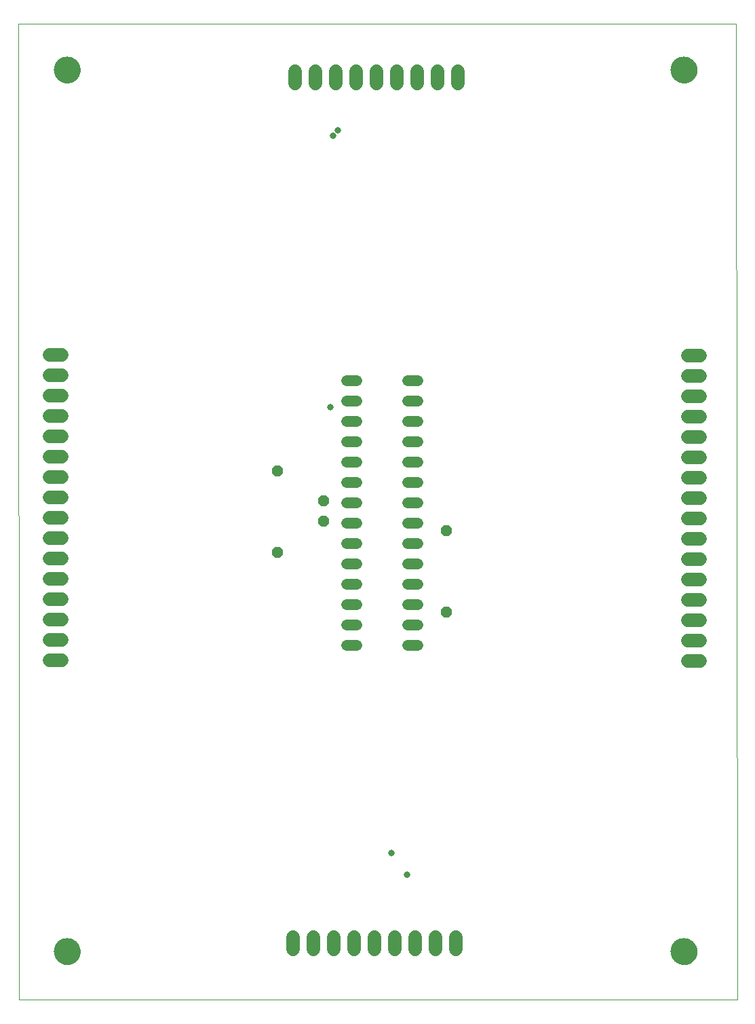
<source format=gbs>
G75*
%MOIN*%
%OFA0B0*%
%FSLAX25Y25*%
%IPPOS*%
%LPD*%
%AMOC8*
5,1,8,0,0,1.08239X$1,22.5*
%
%ADD10C,0.00000*%
%ADD11C,0.06500*%
%ADD12OC8,0.05300*%
%ADD13C,0.05300*%
%ADD14C,0.13098*%
%ADD15C,0.03200*%
D10*
X0001500Y0005137D02*
X0001000Y0484338D01*
X0353921Y0484338D01*
X0354421Y0005137D01*
X0001500Y0005137D01*
X0018823Y0028759D02*
X0018825Y0028917D01*
X0018831Y0029075D01*
X0018841Y0029233D01*
X0018855Y0029391D01*
X0018873Y0029548D01*
X0018894Y0029705D01*
X0018920Y0029861D01*
X0018950Y0030017D01*
X0018983Y0030172D01*
X0019021Y0030325D01*
X0019062Y0030478D01*
X0019107Y0030630D01*
X0019156Y0030781D01*
X0019209Y0030930D01*
X0019265Y0031078D01*
X0019325Y0031224D01*
X0019389Y0031369D01*
X0019457Y0031512D01*
X0019528Y0031654D01*
X0019602Y0031794D01*
X0019680Y0031931D01*
X0019762Y0032067D01*
X0019846Y0032201D01*
X0019935Y0032332D01*
X0020026Y0032461D01*
X0020121Y0032588D01*
X0020218Y0032713D01*
X0020319Y0032835D01*
X0020423Y0032954D01*
X0020530Y0033071D01*
X0020640Y0033185D01*
X0020753Y0033296D01*
X0020868Y0033405D01*
X0020986Y0033510D01*
X0021107Y0033612D01*
X0021230Y0033712D01*
X0021356Y0033808D01*
X0021484Y0033901D01*
X0021614Y0033991D01*
X0021747Y0034077D01*
X0021882Y0034161D01*
X0022018Y0034240D01*
X0022157Y0034317D01*
X0022298Y0034389D01*
X0022440Y0034459D01*
X0022584Y0034524D01*
X0022730Y0034586D01*
X0022877Y0034644D01*
X0023026Y0034699D01*
X0023176Y0034750D01*
X0023327Y0034797D01*
X0023479Y0034840D01*
X0023632Y0034879D01*
X0023787Y0034915D01*
X0023942Y0034946D01*
X0024098Y0034974D01*
X0024254Y0034998D01*
X0024411Y0035018D01*
X0024569Y0035034D01*
X0024726Y0035046D01*
X0024885Y0035054D01*
X0025043Y0035058D01*
X0025201Y0035058D01*
X0025359Y0035054D01*
X0025518Y0035046D01*
X0025675Y0035034D01*
X0025833Y0035018D01*
X0025990Y0034998D01*
X0026146Y0034974D01*
X0026302Y0034946D01*
X0026457Y0034915D01*
X0026612Y0034879D01*
X0026765Y0034840D01*
X0026917Y0034797D01*
X0027068Y0034750D01*
X0027218Y0034699D01*
X0027367Y0034644D01*
X0027514Y0034586D01*
X0027660Y0034524D01*
X0027804Y0034459D01*
X0027946Y0034389D01*
X0028087Y0034317D01*
X0028226Y0034240D01*
X0028362Y0034161D01*
X0028497Y0034077D01*
X0028630Y0033991D01*
X0028760Y0033901D01*
X0028888Y0033808D01*
X0029014Y0033712D01*
X0029137Y0033612D01*
X0029258Y0033510D01*
X0029376Y0033405D01*
X0029491Y0033296D01*
X0029604Y0033185D01*
X0029714Y0033071D01*
X0029821Y0032954D01*
X0029925Y0032835D01*
X0030026Y0032713D01*
X0030123Y0032588D01*
X0030218Y0032461D01*
X0030309Y0032332D01*
X0030398Y0032201D01*
X0030482Y0032067D01*
X0030564Y0031931D01*
X0030642Y0031794D01*
X0030716Y0031654D01*
X0030787Y0031512D01*
X0030855Y0031369D01*
X0030919Y0031224D01*
X0030979Y0031078D01*
X0031035Y0030930D01*
X0031088Y0030781D01*
X0031137Y0030630D01*
X0031182Y0030478D01*
X0031223Y0030325D01*
X0031261Y0030172D01*
X0031294Y0030017D01*
X0031324Y0029861D01*
X0031350Y0029705D01*
X0031371Y0029548D01*
X0031389Y0029391D01*
X0031403Y0029233D01*
X0031413Y0029075D01*
X0031419Y0028917D01*
X0031421Y0028759D01*
X0031419Y0028601D01*
X0031413Y0028443D01*
X0031403Y0028285D01*
X0031389Y0028127D01*
X0031371Y0027970D01*
X0031350Y0027813D01*
X0031324Y0027657D01*
X0031294Y0027501D01*
X0031261Y0027346D01*
X0031223Y0027193D01*
X0031182Y0027040D01*
X0031137Y0026888D01*
X0031088Y0026737D01*
X0031035Y0026588D01*
X0030979Y0026440D01*
X0030919Y0026294D01*
X0030855Y0026149D01*
X0030787Y0026006D01*
X0030716Y0025864D01*
X0030642Y0025724D01*
X0030564Y0025587D01*
X0030482Y0025451D01*
X0030398Y0025317D01*
X0030309Y0025186D01*
X0030218Y0025057D01*
X0030123Y0024930D01*
X0030026Y0024805D01*
X0029925Y0024683D01*
X0029821Y0024564D01*
X0029714Y0024447D01*
X0029604Y0024333D01*
X0029491Y0024222D01*
X0029376Y0024113D01*
X0029258Y0024008D01*
X0029137Y0023906D01*
X0029014Y0023806D01*
X0028888Y0023710D01*
X0028760Y0023617D01*
X0028630Y0023527D01*
X0028497Y0023441D01*
X0028362Y0023357D01*
X0028226Y0023278D01*
X0028087Y0023201D01*
X0027946Y0023129D01*
X0027804Y0023059D01*
X0027660Y0022994D01*
X0027514Y0022932D01*
X0027367Y0022874D01*
X0027218Y0022819D01*
X0027068Y0022768D01*
X0026917Y0022721D01*
X0026765Y0022678D01*
X0026612Y0022639D01*
X0026457Y0022603D01*
X0026302Y0022572D01*
X0026146Y0022544D01*
X0025990Y0022520D01*
X0025833Y0022500D01*
X0025675Y0022484D01*
X0025518Y0022472D01*
X0025359Y0022464D01*
X0025201Y0022460D01*
X0025043Y0022460D01*
X0024885Y0022464D01*
X0024726Y0022472D01*
X0024569Y0022484D01*
X0024411Y0022500D01*
X0024254Y0022520D01*
X0024098Y0022544D01*
X0023942Y0022572D01*
X0023787Y0022603D01*
X0023632Y0022639D01*
X0023479Y0022678D01*
X0023327Y0022721D01*
X0023176Y0022768D01*
X0023026Y0022819D01*
X0022877Y0022874D01*
X0022730Y0022932D01*
X0022584Y0022994D01*
X0022440Y0023059D01*
X0022298Y0023129D01*
X0022157Y0023201D01*
X0022018Y0023278D01*
X0021882Y0023357D01*
X0021747Y0023441D01*
X0021614Y0023527D01*
X0021484Y0023617D01*
X0021356Y0023710D01*
X0021230Y0023806D01*
X0021107Y0023906D01*
X0020986Y0024008D01*
X0020868Y0024113D01*
X0020753Y0024222D01*
X0020640Y0024333D01*
X0020530Y0024447D01*
X0020423Y0024564D01*
X0020319Y0024683D01*
X0020218Y0024805D01*
X0020121Y0024930D01*
X0020026Y0025057D01*
X0019935Y0025186D01*
X0019846Y0025317D01*
X0019762Y0025451D01*
X0019680Y0025587D01*
X0019602Y0025724D01*
X0019528Y0025864D01*
X0019457Y0026006D01*
X0019389Y0026149D01*
X0019325Y0026294D01*
X0019265Y0026440D01*
X0019209Y0026588D01*
X0019156Y0026737D01*
X0019107Y0026888D01*
X0019062Y0027040D01*
X0019021Y0027193D01*
X0018983Y0027346D01*
X0018950Y0027501D01*
X0018920Y0027657D01*
X0018894Y0027813D01*
X0018873Y0027970D01*
X0018855Y0028127D01*
X0018841Y0028285D01*
X0018831Y0028443D01*
X0018825Y0028601D01*
X0018823Y0028759D01*
X0321973Y0028759D02*
X0321975Y0028917D01*
X0321981Y0029075D01*
X0321991Y0029233D01*
X0322005Y0029391D01*
X0322023Y0029548D01*
X0322044Y0029705D01*
X0322070Y0029861D01*
X0322100Y0030017D01*
X0322133Y0030172D01*
X0322171Y0030325D01*
X0322212Y0030478D01*
X0322257Y0030630D01*
X0322306Y0030781D01*
X0322359Y0030930D01*
X0322415Y0031078D01*
X0322475Y0031224D01*
X0322539Y0031369D01*
X0322607Y0031512D01*
X0322678Y0031654D01*
X0322752Y0031794D01*
X0322830Y0031931D01*
X0322912Y0032067D01*
X0322996Y0032201D01*
X0323085Y0032332D01*
X0323176Y0032461D01*
X0323271Y0032588D01*
X0323368Y0032713D01*
X0323469Y0032835D01*
X0323573Y0032954D01*
X0323680Y0033071D01*
X0323790Y0033185D01*
X0323903Y0033296D01*
X0324018Y0033405D01*
X0324136Y0033510D01*
X0324257Y0033612D01*
X0324380Y0033712D01*
X0324506Y0033808D01*
X0324634Y0033901D01*
X0324764Y0033991D01*
X0324897Y0034077D01*
X0325032Y0034161D01*
X0325168Y0034240D01*
X0325307Y0034317D01*
X0325448Y0034389D01*
X0325590Y0034459D01*
X0325734Y0034524D01*
X0325880Y0034586D01*
X0326027Y0034644D01*
X0326176Y0034699D01*
X0326326Y0034750D01*
X0326477Y0034797D01*
X0326629Y0034840D01*
X0326782Y0034879D01*
X0326937Y0034915D01*
X0327092Y0034946D01*
X0327248Y0034974D01*
X0327404Y0034998D01*
X0327561Y0035018D01*
X0327719Y0035034D01*
X0327876Y0035046D01*
X0328035Y0035054D01*
X0328193Y0035058D01*
X0328351Y0035058D01*
X0328509Y0035054D01*
X0328668Y0035046D01*
X0328825Y0035034D01*
X0328983Y0035018D01*
X0329140Y0034998D01*
X0329296Y0034974D01*
X0329452Y0034946D01*
X0329607Y0034915D01*
X0329762Y0034879D01*
X0329915Y0034840D01*
X0330067Y0034797D01*
X0330218Y0034750D01*
X0330368Y0034699D01*
X0330517Y0034644D01*
X0330664Y0034586D01*
X0330810Y0034524D01*
X0330954Y0034459D01*
X0331096Y0034389D01*
X0331237Y0034317D01*
X0331376Y0034240D01*
X0331512Y0034161D01*
X0331647Y0034077D01*
X0331780Y0033991D01*
X0331910Y0033901D01*
X0332038Y0033808D01*
X0332164Y0033712D01*
X0332287Y0033612D01*
X0332408Y0033510D01*
X0332526Y0033405D01*
X0332641Y0033296D01*
X0332754Y0033185D01*
X0332864Y0033071D01*
X0332971Y0032954D01*
X0333075Y0032835D01*
X0333176Y0032713D01*
X0333273Y0032588D01*
X0333368Y0032461D01*
X0333459Y0032332D01*
X0333548Y0032201D01*
X0333632Y0032067D01*
X0333714Y0031931D01*
X0333792Y0031794D01*
X0333866Y0031654D01*
X0333937Y0031512D01*
X0334005Y0031369D01*
X0334069Y0031224D01*
X0334129Y0031078D01*
X0334185Y0030930D01*
X0334238Y0030781D01*
X0334287Y0030630D01*
X0334332Y0030478D01*
X0334373Y0030325D01*
X0334411Y0030172D01*
X0334444Y0030017D01*
X0334474Y0029861D01*
X0334500Y0029705D01*
X0334521Y0029548D01*
X0334539Y0029391D01*
X0334553Y0029233D01*
X0334563Y0029075D01*
X0334569Y0028917D01*
X0334571Y0028759D01*
X0334569Y0028601D01*
X0334563Y0028443D01*
X0334553Y0028285D01*
X0334539Y0028127D01*
X0334521Y0027970D01*
X0334500Y0027813D01*
X0334474Y0027657D01*
X0334444Y0027501D01*
X0334411Y0027346D01*
X0334373Y0027193D01*
X0334332Y0027040D01*
X0334287Y0026888D01*
X0334238Y0026737D01*
X0334185Y0026588D01*
X0334129Y0026440D01*
X0334069Y0026294D01*
X0334005Y0026149D01*
X0333937Y0026006D01*
X0333866Y0025864D01*
X0333792Y0025724D01*
X0333714Y0025587D01*
X0333632Y0025451D01*
X0333548Y0025317D01*
X0333459Y0025186D01*
X0333368Y0025057D01*
X0333273Y0024930D01*
X0333176Y0024805D01*
X0333075Y0024683D01*
X0332971Y0024564D01*
X0332864Y0024447D01*
X0332754Y0024333D01*
X0332641Y0024222D01*
X0332526Y0024113D01*
X0332408Y0024008D01*
X0332287Y0023906D01*
X0332164Y0023806D01*
X0332038Y0023710D01*
X0331910Y0023617D01*
X0331780Y0023527D01*
X0331647Y0023441D01*
X0331512Y0023357D01*
X0331376Y0023278D01*
X0331237Y0023201D01*
X0331096Y0023129D01*
X0330954Y0023059D01*
X0330810Y0022994D01*
X0330664Y0022932D01*
X0330517Y0022874D01*
X0330368Y0022819D01*
X0330218Y0022768D01*
X0330067Y0022721D01*
X0329915Y0022678D01*
X0329762Y0022639D01*
X0329607Y0022603D01*
X0329452Y0022572D01*
X0329296Y0022544D01*
X0329140Y0022520D01*
X0328983Y0022500D01*
X0328825Y0022484D01*
X0328668Y0022472D01*
X0328509Y0022464D01*
X0328351Y0022460D01*
X0328193Y0022460D01*
X0328035Y0022464D01*
X0327876Y0022472D01*
X0327719Y0022484D01*
X0327561Y0022500D01*
X0327404Y0022520D01*
X0327248Y0022544D01*
X0327092Y0022572D01*
X0326937Y0022603D01*
X0326782Y0022639D01*
X0326629Y0022678D01*
X0326477Y0022721D01*
X0326326Y0022768D01*
X0326176Y0022819D01*
X0326027Y0022874D01*
X0325880Y0022932D01*
X0325734Y0022994D01*
X0325590Y0023059D01*
X0325448Y0023129D01*
X0325307Y0023201D01*
X0325168Y0023278D01*
X0325032Y0023357D01*
X0324897Y0023441D01*
X0324764Y0023527D01*
X0324634Y0023617D01*
X0324506Y0023710D01*
X0324380Y0023806D01*
X0324257Y0023906D01*
X0324136Y0024008D01*
X0324018Y0024113D01*
X0323903Y0024222D01*
X0323790Y0024333D01*
X0323680Y0024447D01*
X0323573Y0024564D01*
X0323469Y0024683D01*
X0323368Y0024805D01*
X0323271Y0024930D01*
X0323176Y0025057D01*
X0323085Y0025186D01*
X0322996Y0025317D01*
X0322912Y0025451D01*
X0322830Y0025587D01*
X0322752Y0025724D01*
X0322678Y0025864D01*
X0322607Y0026006D01*
X0322539Y0026149D01*
X0322475Y0026294D01*
X0322415Y0026440D01*
X0322359Y0026588D01*
X0322306Y0026737D01*
X0322257Y0026888D01*
X0322212Y0027040D01*
X0322171Y0027193D01*
X0322133Y0027346D01*
X0322100Y0027501D01*
X0322070Y0027657D01*
X0322044Y0027813D01*
X0322023Y0027970D01*
X0322005Y0028127D01*
X0321991Y0028285D01*
X0321981Y0028443D01*
X0321975Y0028601D01*
X0321973Y0028759D01*
X0321973Y0461830D02*
X0321975Y0461988D01*
X0321981Y0462146D01*
X0321991Y0462304D01*
X0322005Y0462462D01*
X0322023Y0462619D01*
X0322044Y0462776D01*
X0322070Y0462932D01*
X0322100Y0463088D01*
X0322133Y0463243D01*
X0322171Y0463396D01*
X0322212Y0463549D01*
X0322257Y0463701D01*
X0322306Y0463852D01*
X0322359Y0464001D01*
X0322415Y0464149D01*
X0322475Y0464295D01*
X0322539Y0464440D01*
X0322607Y0464583D01*
X0322678Y0464725D01*
X0322752Y0464865D01*
X0322830Y0465002D01*
X0322912Y0465138D01*
X0322996Y0465272D01*
X0323085Y0465403D01*
X0323176Y0465532D01*
X0323271Y0465659D01*
X0323368Y0465784D01*
X0323469Y0465906D01*
X0323573Y0466025D01*
X0323680Y0466142D01*
X0323790Y0466256D01*
X0323903Y0466367D01*
X0324018Y0466476D01*
X0324136Y0466581D01*
X0324257Y0466683D01*
X0324380Y0466783D01*
X0324506Y0466879D01*
X0324634Y0466972D01*
X0324764Y0467062D01*
X0324897Y0467148D01*
X0325032Y0467232D01*
X0325168Y0467311D01*
X0325307Y0467388D01*
X0325448Y0467460D01*
X0325590Y0467530D01*
X0325734Y0467595D01*
X0325880Y0467657D01*
X0326027Y0467715D01*
X0326176Y0467770D01*
X0326326Y0467821D01*
X0326477Y0467868D01*
X0326629Y0467911D01*
X0326782Y0467950D01*
X0326937Y0467986D01*
X0327092Y0468017D01*
X0327248Y0468045D01*
X0327404Y0468069D01*
X0327561Y0468089D01*
X0327719Y0468105D01*
X0327876Y0468117D01*
X0328035Y0468125D01*
X0328193Y0468129D01*
X0328351Y0468129D01*
X0328509Y0468125D01*
X0328668Y0468117D01*
X0328825Y0468105D01*
X0328983Y0468089D01*
X0329140Y0468069D01*
X0329296Y0468045D01*
X0329452Y0468017D01*
X0329607Y0467986D01*
X0329762Y0467950D01*
X0329915Y0467911D01*
X0330067Y0467868D01*
X0330218Y0467821D01*
X0330368Y0467770D01*
X0330517Y0467715D01*
X0330664Y0467657D01*
X0330810Y0467595D01*
X0330954Y0467530D01*
X0331096Y0467460D01*
X0331237Y0467388D01*
X0331376Y0467311D01*
X0331512Y0467232D01*
X0331647Y0467148D01*
X0331780Y0467062D01*
X0331910Y0466972D01*
X0332038Y0466879D01*
X0332164Y0466783D01*
X0332287Y0466683D01*
X0332408Y0466581D01*
X0332526Y0466476D01*
X0332641Y0466367D01*
X0332754Y0466256D01*
X0332864Y0466142D01*
X0332971Y0466025D01*
X0333075Y0465906D01*
X0333176Y0465784D01*
X0333273Y0465659D01*
X0333368Y0465532D01*
X0333459Y0465403D01*
X0333548Y0465272D01*
X0333632Y0465138D01*
X0333714Y0465002D01*
X0333792Y0464865D01*
X0333866Y0464725D01*
X0333937Y0464583D01*
X0334005Y0464440D01*
X0334069Y0464295D01*
X0334129Y0464149D01*
X0334185Y0464001D01*
X0334238Y0463852D01*
X0334287Y0463701D01*
X0334332Y0463549D01*
X0334373Y0463396D01*
X0334411Y0463243D01*
X0334444Y0463088D01*
X0334474Y0462932D01*
X0334500Y0462776D01*
X0334521Y0462619D01*
X0334539Y0462462D01*
X0334553Y0462304D01*
X0334563Y0462146D01*
X0334569Y0461988D01*
X0334571Y0461830D01*
X0334569Y0461672D01*
X0334563Y0461514D01*
X0334553Y0461356D01*
X0334539Y0461198D01*
X0334521Y0461041D01*
X0334500Y0460884D01*
X0334474Y0460728D01*
X0334444Y0460572D01*
X0334411Y0460417D01*
X0334373Y0460264D01*
X0334332Y0460111D01*
X0334287Y0459959D01*
X0334238Y0459808D01*
X0334185Y0459659D01*
X0334129Y0459511D01*
X0334069Y0459365D01*
X0334005Y0459220D01*
X0333937Y0459077D01*
X0333866Y0458935D01*
X0333792Y0458795D01*
X0333714Y0458658D01*
X0333632Y0458522D01*
X0333548Y0458388D01*
X0333459Y0458257D01*
X0333368Y0458128D01*
X0333273Y0458001D01*
X0333176Y0457876D01*
X0333075Y0457754D01*
X0332971Y0457635D01*
X0332864Y0457518D01*
X0332754Y0457404D01*
X0332641Y0457293D01*
X0332526Y0457184D01*
X0332408Y0457079D01*
X0332287Y0456977D01*
X0332164Y0456877D01*
X0332038Y0456781D01*
X0331910Y0456688D01*
X0331780Y0456598D01*
X0331647Y0456512D01*
X0331512Y0456428D01*
X0331376Y0456349D01*
X0331237Y0456272D01*
X0331096Y0456200D01*
X0330954Y0456130D01*
X0330810Y0456065D01*
X0330664Y0456003D01*
X0330517Y0455945D01*
X0330368Y0455890D01*
X0330218Y0455839D01*
X0330067Y0455792D01*
X0329915Y0455749D01*
X0329762Y0455710D01*
X0329607Y0455674D01*
X0329452Y0455643D01*
X0329296Y0455615D01*
X0329140Y0455591D01*
X0328983Y0455571D01*
X0328825Y0455555D01*
X0328668Y0455543D01*
X0328509Y0455535D01*
X0328351Y0455531D01*
X0328193Y0455531D01*
X0328035Y0455535D01*
X0327876Y0455543D01*
X0327719Y0455555D01*
X0327561Y0455571D01*
X0327404Y0455591D01*
X0327248Y0455615D01*
X0327092Y0455643D01*
X0326937Y0455674D01*
X0326782Y0455710D01*
X0326629Y0455749D01*
X0326477Y0455792D01*
X0326326Y0455839D01*
X0326176Y0455890D01*
X0326027Y0455945D01*
X0325880Y0456003D01*
X0325734Y0456065D01*
X0325590Y0456130D01*
X0325448Y0456200D01*
X0325307Y0456272D01*
X0325168Y0456349D01*
X0325032Y0456428D01*
X0324897Y0456512D01*
X0324764Y0456598D01*
X0324634Y0456688D01*
X0324506Y0456781D01*
X0324380Y0456877D01*
X0324257Y0456977D01*
X0324136Y0457079D01*
X0324018Y0457184D01*
X0323903Y0457293D01*
X0323790Y0457404D01*
X0323680Y0457518D01*
X0323573Y0457635D01*
X0323469Y0457754D01*
X0323368Y0457876D01*
X0323271Y0458001D01*
X0323176Y0458128D01*
X0323085Y0458257D01*
X0322996Y0458388D01*
X0322912Y0458522D01*
X0322830Y0458658D01*
X0322752Y0458795D01*
X0322678Y0458935D01*
X0322607Y0459077D01*
X0322539Y0459220D01*
X0322475Y0459365D01*
X0322415Y0459511D01*
X0322359Y0459659D01*
X0322306Y0459808D01*
X0322257Y0459959D01*
X0322212Y0460111D01*
X0322171Y0460264D01*
X0322133Y0460417D01*
X0322100Y0460572D01*
X0322070Y0460728D01*
X0322044Y0460884D01*
X0322023Y0461041D01*
X0322005Y0461198D01*
X0321991Y0461356D01*
X0321981Y0461514D01*
X0321975Y0461672D01*
X0321973Y0461830D01*
X0018823Y0461830D02*
X0018825Y0461988D01*
X0018831Y0462146D01*
X0018841Y0462304D01*
X0018855Y0462462D01*
X0018873Y0462619D01*
X0018894Y0462776D01*
X0018920Y0462932D01*
X0018950Y0463088D01*
X0018983Y0463243D01*
X0019021Y0463396D01*
X0019062Y0463549D01*
X0019107Y0463701D01*
X0019156Y0463852D01*
X0019209Y0464001D01*
X0019265Y0464149D01*
X0019325Y0464295D01*
X0019389Y0464440D01*
X0019457Y0464583D01*
X0019528Y0464725D01*
X0019602Y0464865D01*
X0019680Y0465002D01*
X0019762Y0465138D01*
X0019846Y0465272D01*
X0019935Y0465403D01*
X0020026Y0465532D01*
X0020121Y0465659D01*
X0020218Y0465784D01*
X0020319Y0465906D01*
X0020423Y0466025D01*
X0020530Y0466142D01*
X0020640Y0466256D01*
X0020753Y0466367D01*
X0020868Y0466476D01*
X0020986Y0466581D01*
X0021107Y0466683D01*
X0021230Y0466783D01*
X0021356Y0466879D01*
X0021484Y0466972D01*
X0021614Y0467062D01*
X0021747Y0467148D01*
X0021882Y0467232D01*
X0022018Y0467311D01*
X0022157Y0467388D01*
X0022298Y0467460D01*
X0022440Y0467530D01*
X0022584Y0467595D01*
X0022730Y0467657D01*
X0022877Y0467715D01*
X0023026Y0467770D01*
X0023176Y0467821D01*
X0023327Y0467868D01*
X0023479Y0467911D01*
X0023632Y0467950D01*
X0023787Y0467986D01*
X0023942Y0468017D01*
X0024098Y0468045D01*
X0024254Y0468069D01*
X0024411Y0468089D01*
X0024569Y0468105D01*
X0024726Y0468117D01*
X0024885Y0468125D01*
X0025043Y0468129D01*
X0025201Y0468129D01*
X0025359Y0468125D01*
X0025518Y0468117D01*
X0025675Y0468105D01*
X0025833Y0468089D01*
X0025990Y0468069D01*
X0026146Y0468045D01*
X0026302Y0468017D01*
X0026457Y0467986D01*
X0026612Y0467950D01*
X0026765Y0467911D01*
X0026917Y0467868D01*
X0027068Y0467821D01*
X0027218Y0467770D01*
X0027367Y0467715D01*
X0027514Y0467657D01*
X0027660Y0467595D01*
X0027804Y0467530D01*
X0027946Y0467460D01*
X0028087Y0467388D01*
X0028226Y0467311D01*
X0028362Y0467232D01*
X0028497Y0467148D01*
X0028630Y0467062D01*
X0028760Y0466972D01*
X0028888Y0466879D01*
X0029014Y0466783D01*
X0029137Y0466683D01*
X0029258Y0466581D01*
X0029376Y0466476D01*
X0029491Y0466367D01*
X0029604Y0466256D01*
X0029714Y0466142D01*
X0029821Y0466025D01*
X0029925Y0465906D01*
X0030026Y0465784D01*
X0030123Y0465659D01*
X0030218Y0465532D01*
X0030309Y0465403D01*
X0030398Y0465272D01*
X0030482Y0465138D01*
X0030564Y0465002D01*
X0030642Y0464865D01*
X0030716Y0464725D01*
X0030787Y0464583D01*
X0030855Y0464440D01*
X0030919Y0464295D01*
X0030979Y0464149D01*
X0031035Y0464001D01*
X0031088Y0463852D01*
X0031137Y0463701D01*
X0031182Y0463549D01*
X0031223Y0463396D01*
X0031261Y0463243D01*
X0031294Y0463088D01*
X0031324Y0462932D01*
X0031350Y0462776D01*
X0031371Y0462619D01*
X0031389Y0462462D01*
X0031403Y0462304D01*
X0031413Y0462146D01*
X0031419Y0461988D01*
X0031421Y0461830D01*
X0031419Y0461672D01*
X0031413Y0461514D01*
X0031403Y0461356D01*
X0031389Y0461198D01*
X0031371Y0461041D01*
X0031350Y0460884D01*
X0031324Y0460728D01*
X0031294Y0460572D01*
X0031261Y0460417D01*
X0031223Y0460264D01*
X0031182Y0460111D01*
X0031137Y0459959D01*
X0031088Y0459808D01*
X0031035Y0459659D01*
X0030979Y0459511D01*
X0030919Y0459365D01*
X0030855Y0459220D01*
X0030787Y0459077D01*
X0030716Y0458935D01*
X0030642Y0458795D01*
X0030564Y0458658D01*
X0030482Y0458522D01*
X0030398Y0458388D01*
X0030309Y0458257D01*
X0030218Y0458128D01*
X0030123Y0458001D01*
X0030026Y0457876D01*
X0029925Y0457754D01*
X0029821Y0457635D01*
X0029714Y0457518D01*
X0029604Y0457404D01*
X0029491Y0457293D01*
X0029376Y0457184D01*
X0029258Y0457079D01*
X0029137Y0456977D01*
X0029014Y0456877D01*
X0028888Y0456781D01*
X0028760Y0456688D01*
X0028630Y0456598D01*
X0028497Y0456512D01*
X0028362Y0456428D01*
X0028226Y0456349D01*
X0028087Y0456272D01*
X0027946Y0456200D01*
X0027804Y0456130D01*
X0027660Y0456065D01*
X0027514Y0456003D01*
X0027367Y0455945D01*
X0027218Y0455890D01*
X0027068Y0455839D01*
X0026917Y0455792D01*
X0026765Y0455749D01*
X0026612Y0455710D01*
X0026457Y0455674D01*
X0026302Y0455643D01*
X0026146Y0455615D01*
X0025990Y0455591D01*
X0025833Y0455571D01*
X0025675Y0455555D01*
X0025518Y0455543D01*
X0025359Y0455535D01*
X0025201Y0455531D01*
X0025043Y0455531D01*
X0024885Y0455535D01*
X0024726Y0455543D01*
X0024569Y0455555D01*
X0024411Y0455571D01*
X0024254Y0455591D01*
X0024098Y0455615D01*
X0023942Y0455643D01*
X0023787Y0455674D01*
X0023632Y0455710D01*
X0023479Y0455749D01*
X0023327Y0455792D01*
X0023176Y0455839D01*
X0023026Y0455890D01*
X0022877Y0455945D01*
X0022730Y0456003D01*
X0022584Y0456065D01*
X0022440Y0456130D01*
X0022298Y0456200D01*
X0022157Y0456272D01*
X0022018Y0456349D01*
X0021882Y0456428D01*
X0021747Y0456512D01*
X0021614Y0456598D01*
X0021484Y0456688D01*
X0021356Y0456781D01*
X0021230Y0456877D01*
X0021107Y0456977D01*
X0020986Y0457079D01*
X0020868Y0457184D01*
X0020753Y0457293D01*
X0020640Y0457404D01*
X0020530Y0457518D01*
X0020423Y0457635D01*
X0020319Y0457754D01*
X0020218Y0457876D01*
X0020121Y0458001D01*
X0020026Y0458128D01*
X0019935Y0458257D01*
X0019846Y0458388D01*
X0019762Y0458522D01*
X0019680Y0458658D01*
X0019602Y0458795D01*
X0019528Y0458935D01*
X0019457Y0459077D01*
X0019389Y0459220D01*
X0019325Y0459365D01*
X0019265Y0459511D01*
X0019209Y0459659D01*
X0019156Y0459808D01*
X0019107Y0459959D01*
X0019062Y0460111D01*
X0019021Y0460264D01*
X0018983Y0460417D01*
X0018950Y0460572D01*
X0018920Y0460728D01*
X0018894Y0460884D01*
X0018873Y0461041D01*
X0018855Y0461198D01*
X0018841Y0461356D01*
X0018831Y0461514D01*
X0018825Y0461672D01*
X0018823Y0461830D01*
D11*
X0016374Y0321791D02*
X0022374Y0321791D01*
X0022374Y0311791D02*
X0016374Y0311791D01*
X0016374Y0301791D02*
X0022374Y0301791D01*
X0022374Y0291791D02*
X0016374Y0291791D01*
X0016374Y0281791D02*
X0022374Y0281791D01*
X0022374Y0271791D02*
X0016374Y0271791D01*
X0016374Y0261791D02*
X0022374Y0261791D01*
X0022374Y0251791D02*
X0016374Y0251791D01*
X0016374Y0241791D02*
X0022374Y0241791D01*
X0022374Y0231791D02*
X0016374Y0231791D01*
X0016374Y0221791D02*
X0022374Y0221791D01*
X0022374Y0211791D02*
X0016374Y0211791D01*
X0016374Y0201791D02*
X0022374Y0201791D01*
X0022374Y0191791D02*
X0016374Y0191791D01*
X0016374Y0181791D02*
X0022374Y0181791D01*
X0022374Y0171791D02*
X0016374Y0171791D01*
X0136303Y0035932D02*
X0136303Y0029932D01*
X0146303Y0029932D02*
X0146303Y0035932D01*
X0156303Y0035932D02*
X0156303Y0029932D01*
X0166303Y0029932D02*
X0166303Y0035932D01*
X0176303Y0035932D02*
X0176303Y0029932D01*
X0186303Y0029932D02*
X0186303Y0035932D01*
X0196303Y0035932D02*
X0196303Y0029932D01*
X0206303Y0029932D02*
X0206303Y0035932D01*
X0216303Y0035932D02*
X0216303Y0029932D01*
X0330154Y0171436D02*
X0336154Y0171436D01*
X0336154Y0181436D02*
X0330154Y0181436D01*
X0330154Y0191436D02*
X0336154Y0191436D01*
X0336154Y0201436D02*
X0330154Y0201436D01*
X0330154Y0211436D02*
X0336154Y0211436D01*
X0336154Y0221436D02*
X0330154Y0221436D01*
X0330154Y0231436D02*
X0336154Y0231436D01*
X0336154Y0241436D02*
X0330154Y0241436D01*
X0330154Y0251436D02*
X0336154Y0251436D01*
X0336154Y0261436D02*
X0330154Y0261436D01*
X0330154Y0271436D02*
X0336154Y0271436D01*
X0336154Y0281436D02*
X0330154Y0281436D01*
X0330154Y0291436D02*
X0336154Y0291436D01*
X0336154Y0301436D02*
X0330154Y0301436D01*
X0330154Y0311436D02*
X0336154Y0311436D01*
X0336154Y0321436D02*
X0330154Y0321436D01*
X0217091Y0455247D02*
X0217091Y0461247D01*
X0207091Y0461247D02*
X0207091Y0455247D01*
X0197091Y0455247D02*
X0197091Y0461247D01*
X0187091Y0461247D02*
X0187091Y0455247D01*
X0177091Y0455247D02*
X0177091Y0461247D01*
X0167091Y0461247D02*
X0167091Y0455247D01*
X0157091Y0455247D02*
X0157091Y0461247D01*
X0147091Y0461247D02*
X0147091Y0455247D01*
X0137091Y0455247D02*
X0137091Y0461247D01*
D12*
X0128547Y0264940D03*
X0151106Y0250294D03*
X0151106Y0240294D03*
X0128547Y0224940D03*
X0211657Y0235570D03*
X0211657Y0195570D03*
D13*
X0197443Y0199310D02*
X0192643Y0199310D01*
X0192643Y0189310D02*
X0197443Y0189310D01*
X0197443Y0179310D02*
X0192643Y0179310D01*
X0167443Y0179310D02*
X0162643Y0179310D01*
X0162643Y0189310D02*
X0167443Y0189310D01*
X0167443Y0199310D02*
X0162643Y0199310D01*
X0162643Y0209310D02*
X0167443Y0209310D01*
X0167443Y0219310D02*
X0162643Y0219310D01*
X0162643Y0229310D02*
X0167443Y0229310D01*
X0167443Y0239310D02*
X0162643Y0239310D01*
X0162643Y0249310D02*
X0167443Y0249310D01*
X0167443Y0259310D02*
X0162643Y0259310D01*
X0162643Y0269310D02*
X0167443Y0269310D01*
X0167443Y0279310D02*
X0162643Y0279310D01*
X0162643Y0289310D02*
X0167443Y0289310D01*
X0167443Y0299310D02*
X0162643Y0299310D01*
X0162643Y0309310D02*
X0167443Y0309310D01*
X0192643Y0309310D02*
X0197443Y0309310D01*
X0197443Y0299310D02*
X0192643Y0299310D01*
X0192643Y0289310D02*
X0197443Y0289310D01*
X0197443Y0279310D02*
X0192643Y0279310D01*
X0192643Y0269310D02*
X0197443Y0269310D01*
X0197443Y0259310D02*
X0192643Y0259310D01*
X0192643Y0249310D02*
X0197443Y0249310D01*
X0197443Y0239310D02*
X0192643Y0239310D01*
X0192643Y0229310D02*
X0197443Y0229310D01*
X0197443Y0219310D02*
X0192643Y0219310D01*
X0192643Y0209310D02*
X0197443Y0209310D01*
D14*
X0328272Y0028759D03*
X0025122Y0028759D03*
X0025122Y0461830D03*
X0328272Y0461830D03*
D15*
X0158100Y0432037D03*
X0155700Y0429637D03*
X0154500Y0296137D03*
X0184500Y0077137D03*
X0192000Y0066337D03*
M02*

</source>
